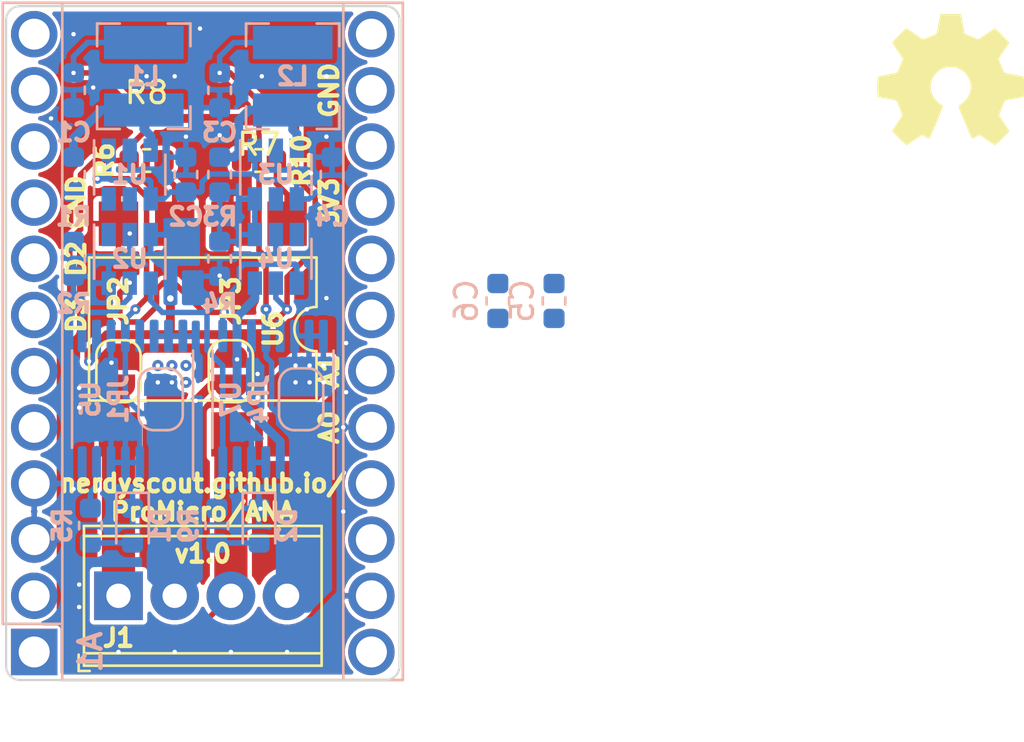
<source format=kicad_pcb>
(kicad_pcb (version 20171130) (host pcbnew 5.1.5)
  (title_block (title ProMicro_ANA) (date 2020-10-12) (rev v1.1))
  (layers (0 F.Cu mixed) (31 B.Cu mixed) (34 B.Paste user) (35 F.Paste user) (36 B.SilkS user) (37 F.SilkS user) (38 B.Mask user) (39 F.Mask user) (44 Edge.Cuts user))
  (net 0 "")
  (net 1 GND)
  (net 2 +3V3)
  (net 3 "Net-(J1-Pad1)")
  (net 4 A1)
  (net 5 A0)
  (net 6 "Net-(D1-Pad2)")
  (net 7 "Net-(D2-Pad2)")
  (net 8 "Net-(L1-Pad2)")
  (net 9 "Net-(L2-Pad2)")
  (net 10 "Net-(JP3-Pad2)")
  (net 11 "Net-(JP4-Pad2)")
  (net 12 "Net-(R1-Pad1)")
  (net 13 "Net-(R2-Pad1)")
  (net 14 "Net-(R3-Pad1)")
  (net 15 SDA)
  (net 16 SCL)
  (net 17 "Net-(C2-Pad1)")
  (net 18 "Net-(JP1-Pad2)")
  (net 19 "Net-(R5-Pad2)")
  (net 20 "Net-(R6-Pad1)")
  (net 21 "Net-(R9-Pad2)")
  (net 22 "Net-(R10-Pad1)")
  (module Capacitor_SMD:C_0603_1608Metric (layer B.Cu) (at 74.295 88.265 270)
    (fp_text reference C5 (at 0 1.43 90) (layer B.SilkS) (effects (justify mirror)))
    (fp_text value 100n)
    (pad 2 smd roundrect (at 0.7875 0 270) (size 0.875 0.95) (layers B.Cu B.Paste B.Mask) (net 1 GND))
    (pad 1 smd roundrect (at -0.7875 0 270) (size 0.875 0.95) (layers B.Cu B.Paste B.Mask) (net 2 +3V3))
  )
  (module Resistor_SMD:R_0402_1005Metric (layer F.Cu) (at 55.88 80.01)
    (fp_text reference R8 (at 0 -1.17) (layer F.SilkS))
    (fp_text value 4k7)
    (pad 2 smd roundrect (at 0.485 0) (size 0.59 0.64) (layers F.Cu F.Paste F.Mask) (net 2 +3V3))
    (pad 1 smd roundrect (at -0.485 0) (size 0.59 0.64) (layers F.Cu F.Paste F.Mask) (net 15 SDA))
  )
  (module Resistor_SMD:R_0402_1005Metric (layer F.Cu) (at 60.96 80.01 180)
    (fp_text reference R7 (at 0 -1.17) (layer F.SilkS))
    (fp_text value 4k7)
    (pad 2 smd roundrect (at 0.485 0 180) (size 0.59 0.64) (layers F.Cu F.Paste F.Mask) (net 2 +3V3))
    (pad 1 smd roundrect (at -0.485 0 180) (size 0.59 0.64) (layers F.Cu F.Paste F.Mask) (net 16 SCL))
  )
  (module Symbol:OSHW-Symbol_6.7x6mm_SilkScreen (layer F.Cu) (at 92.212036 78.270693)
    (fp_text reference LOGO1 hide)
    (fp_text value Logo_Open_Hardware_Small hide)
  )
  (module Capacitor_SMD:C_0603_1608Metric (layer B.Cu) (at 71.755 88.265 270)
    (fp_text reference C6 (at 0 1.43 90) (layer B.SilkS) (effects (justify mirror)))
    (fp_text value 100n)
    (pad 2 smd roundrect (at 0.7875 0 270) (size 0.875 0.95) (layers B.Cu B.Paste B.Mask) (net 1 GND))
    (pad 1 smd roundrect (at -0.7875 0 270) (size 0.875 0.95) (layers B.Cu B.Paste B.Mask) (net 2 +3V3))
  )
  (module Module:Sparkfun_Pro_Micro (layer B.Cu) (at 50.8 104.14)
    (fp_text reference A1 (at 2.54 0 90) (layer B.SilkS) (effects (font (thickness 0.2)) (justify mirror)))
    (fp_text value Sparkfun_Pro_Micro)
    (pad 1 thru_hole rect (at 0 0) (size 2.1 2.1) (drill 1.4) (layers *.Cu *.Mask))
    (pad 2 thru_hole circle (at 0 -2.54) (size 2.1 2.1) (drill 1.4) (layers *.Cu *.Mask))
    (pad 3 thru_hole circle (at 0 -5.08) (size 2.1 2.1) (drill 1.4) (layers *.Cu *.Mask) (net 1 GND))
    (pad 13 thru_hole circle (at 15.24 -27.94) (size 2.1 2.1) (drill 1.4) (layers *.Cu *.Mask))
    (pad 4 thru_hole circle (at 0 -7.62) (size 2.1 2.1) (drill 1.4) (layers *.Cu *.Mask) (net 1 GND))
    (pad 14 thru_hole circle (at 15.24 -25.4) (size 2.1 2.1) (drill 1.4) (layers *.Cu *.Mask))
    (pad 5 thru_hole circle (at 0 -10.16) (size 2.1 2.1) (drill 1.4) (layers *.Cu *.Mask) (net 15 SDA))
    (pad 15 thru_hole circle (at 15.24 -22.86) (size 2.1 2.1) (drill 1.4) (layers *.Cu *.Mask))
    (pad 6 thru_hole circle (at 0 -12.7) (size 2.1 2.1) (drill 1.4) (layers *.Cu *.Mask) (net 16 SCL))
    (pad 16 thru_hole circle (at 15.24 -20.32) (size 2.1 2.1) (drill 1.4) (layers *.Cu *.Mask))
    (pad 7 thru_hole circle (at 0 -15.24) (size 2.1 2.1) (drill 1.4) (layers *.Cu *.Mask))
    (pad 17 thru_hole circle (at 15.24 -17.78) (size 2.1 2.1) (drill 1.4) (layers *.Cu *.Mask) (net 5 A0))
    (pad 8 thru_hole circle (at 0 -17.78) (size 2.1 2.1) (drill 1.4) (layers *.Cu *.Mask))
    (pad 18 thru_hole circle (at 15.24 -15.24) (size 2.1 2.1) (drill 1.4) (layers *.Cu *.Mask) (net 4 A1))
    (pad 9 thru_hole circle (at 0 -20.32) (size 2.1 2.1) (drill 1.4) (layers *.Cu *.Mask))
    (pad 19 thru_hole circle (at 15.24 -12.7) (size 2.1 2.1) (drill 1.4) (layers *.Cu *.Mask))
    (pad 10 thru_hole circle (at 0 -22.86) (size 2.1 2.1) (drill 1.4) (layers *.Cu *.Mask))
    (pad 20 thru_hole circle (at 15.24 -10.16) (size 2.1 2.1) (drill 1.4) (layers *.Cu *.Mask))
    (pad 11 thru_hole circle (at 0 -25.4) (size 2.1 2.1) (drill 1.4) (layers *.Cu *.Mask))
    (pad 21 thru_hole circle (at 15.24 -7.62) (size 2.1 2.1) (drill 1.4) (layers *.Cu *.Mask) (net 2 +3V3))
    (pad 12 thru_hole circle (at 0 -27.94) (size 2.1 2.1) (drill 1.4) (layers *.Cu *.Mask))
    (pad 22 thru_hole circle (at 15.24 -5.08) (size 2.1 2.1) (drill 1.4) (layers *.Cu *.Mask))
    (pad 23 thru_hole circle (at 15.24 -2.54) (size 2.1 2.1) (drill 1.4) (layers *.Cu *.Mask) (net 1 GND))
    (pad 24 thru_hole circle (at 15.24 0) (size 2.1 2.1) (drill 1.4) (layers *.Cu *.Mask))
  )
  (module Inductor_SMD:L_Bourns-SRN4018 (layer B.Cu) (at 62.484 78.105 270)
    (fp_text reference L2 (at 0 0) (layer B.SilkS) (effects (font (size 0.8 0.8) (thickness 0.2)) (justify mirror)))
    (fp_text value 2.2µ)
    (pad 2 smd rect (at 1.525 0 270) (size 1.5 3.6) (layers B.Cu B.Paste B.Mask) (net 9 "Net-(L2-Pad2)"))
    (pad 1 smd rect (at -1.525 0 270) (size 1.5 3.6) (layers B.Cu B.Paste B.Mask) (net 4 A1))
  )
  (module Inductor_SMD:L_Bourns-SRN4018 (layer B.Cu) (at 55.753 78.105 270)
    (fp_text reference L1 (at 0 0 180) (layer B.SilkS) (effects (font (size 0.8 0.8) (thickness 0.2)) (justify mirror)))
    (fp_text value 2.2µ)
    (pad 2 smd rect (at 1.525 0 270) (size 1.5 3.6) (layers B.Cu B.Paste B.Mask) (net 8 "Net-(L1-Pad2)"))
    (pad 1 smd rect (at -1.525 0 270) (size 1.5 3.6) (layers B.Cu B.Paste B.Mask) (net 5 A0))
  )
  (module Capacitor_SMD:C_0603_1608Metric (layer B.Cu) (at 64.262 82.55 90)
    (fp_text reference C4 (at -1.905 0) (layer B.SilkS) (effects (font (size 0.8 0.8) (thickness 0.2)) (justify mirror)))
    (fp_text value 4.7µ)
    (pad 2 smd roundrect (at 0.7875 0 90) (size 0.875 0.95) (layers B.Cu B.Paste B.Mask) (net 1 GND))
    (pad 1 smd roundrect (at -0.7875 0 90) (size 0.875 0.95) (layers B.Cu B.Paste B.Mask) (net 17 "Net-(C2-Pad1)"))
  )
  (module Capacitor_SMD:C_0603_1608Metric (layer B.Cu) (at 57.658 82.55 90)
    (fp_text reference C2 (at -1.905 0 180) (layer B.SilkS) (effects (font (size 0.8 0.8) (thickness 0.2)) (justify mirror)))
    (fp_text value 4.7µ)
    (pad 2 smd roundrect (at 0.7875 0 90) (size 0.875 0.95) (layers B.Cu B.Paste B.Mask) (net 1 GND))
    (pad 1 smd roundrect (at -0.7875 0 90) (size 0.875 0.95) (layers B.Cu B.Paste B.Mask) (net 17 "Net-(C2-Pad1)"))
  )
  (module Capacitor_SMD:C_0603_1608Metric (layer B.Cu) (at 59.182 78.74 270)
    (fp_text reference C3 (at 1.905 0 180) (layer B.SilkS) (effects (font (size 0.8 0.8) (thickness 0.2)) (justify mirror)))
    (fp_text value 10µ)
    (pad 2 smd roundrect (at 0.7875 0 270) (size 0.875 0.95) (layers B.Cu B.Paste B.Mask) (net 1 GND))
    (pad 1 smd roundrect (at -0.7875 0 270) (size 0.875 0.95) (layers B.Cu B.Paste B.Mask) (net 4 A1))
  )
  (module Capacitor_SMD:C_0603_1608Metric (layer B.Cu) (at 52.578 78.74 270)
    (fp_text reference C1 (at 1.905 0 180) (layer B.SilkS) (effects (font (size 0.8 0.8) (thickness 0.2)) (justify mirror)))
    (fp_text value 10µ)
    (pad 2 smd roundrect (at 0.7875 0 270) (size 0.875 0.95) (layers B.Cu B.Paste B.Mask) (net 1 GND))
    (pad 1 smd roundrect (at -0.7875 0 270) (size 0.875 0.95) (layers B.Cu B.Paste B.Mask) (net 5 A0))
  )
  (module Jumper:SolderJumper-2_P1.3mm_Open_RoundedPad1.0x1.5mm (layer B.Cu) (at 62.865 92.71 90)
    (fp_text reference JP4 (at 0 -1.905 90) (layer B.SilkS) (effects (font (size 0.8 0.8) (thickness 0.2)) (justify mirror)))
    (fp_text value Jumper_NO_Small hide)
    (pad 2 smd custom (at 0.65 0 90) (size 1 0.5) (layers B.Cu B.Mask) (net 11 "Net-(JP4-Pad2)") (options (clearance outline) (anchor rect)) (primitives (gr_circle (center 0 -0.25) (end 0.5 -0.25) (width 0)) (gr_circle (center 0 0.25) (end 0.5 0.25) (width 0)) (gr_poly (pts (xy 0 0.75) (xy -0.5 0.75) (xy -0.5 -0.75) (xy 0 -0.75)) (width 0))))
    (pad 1 smd custom (at -0.65 0 90) (size 1 0.5) (layers B.Cu B.Mask) (net 4 A1) (options (clearance outline) (anchor rect)) (primitives (gr_circle (center 0 -0.25) (end 0.5 -0.25) (width 0)) (gr_circle (center 0 0.25) (end 0.5 0.25) (width 0)) (gr_poly (pts (xy 0 0.75) (xy 0.5 0.75) (xy 0.5 -0.75) (xy 0 -0.75)) (width 0))))
  )
  (module Jumper:SolderJumper-2_P1.3mm_Open_RoundedPad1.0x1.5mm (layer B.Cu) (at 56.515 92.71 90)
    (fp_text reference JP1 (at 0 -1.905 90) (layer B.SilkS) (effects (font (size 0.8 0.8) (thickness 0.2)) (justify mirror)))
    (fp_text value Jumper_NO_Small hide)
    (pad 2 smd custom (at 0.65 0 90) (size 1 0.5) (layers B.Cu B.Mask) (net 18 "Net-(JP1-Pad2)") (options (clearance outline) (anchor rect)) (primitives (gr_circle (center 0 -0.25) (end 0.5 -0.25) (width 0)) (gr_circle (center 0 0.25) (end 0.5 0.25) (width 0)) (gr_poly (pts (xy 0 0.75) (xy -0.5 0.75) (xy -0.5 -0.75) (xy 0 -0.75)) (width 0))))
    (pad 1 smd custom (at -0.65 0 90) (size 1 0.5) (layers B.Cu B.Mask) (net 17 "Net-(C2-Pad1)") (options (clearance outline) (anchor rect)) (primitives (gr_circle (center 0 -0.25) (end 0.5 -0.25) (width 0)) (gr_circle (center 0 0.25) (end 0.5 0.25) (width 0)) (gr_poly (pts (xy 0 0.75) (xy 0.5 0.75) (xy 0.5 -0.75) (xy 0 -0.75)) (width 0))))
  )
  (module Jumper:SolderJumper-2_P1.3mm_Open_RoundedPad1.0x1.5mm (layer F.Cu) (at 59.69 91.44 90)
    (fp_text reference JP3 (at 3.175 0 90) (layer F.SilkS) (effects (font (size 0.8 0.8) (thickness 0.2))))
    (fp_text value Jumper_NO_Small hide)
    (pad 2 smd custom (at 0.65 0 90) (size 1 0.5) (layers F.Cu F.Mask) (net 2 +3V3) (options (clearance outline) (anchor rect)) (primitives (gr_circle (center 0 0.25) (end 0.5 0.25) (width 0)) (gr_circle (center 0 -0.25) (end 0.5 -0.25) (width 0)) (gr_poly (pts (xy 0 -0.75) (xy -0.5 -0.75) (xy -0.5 0.75) (xy 0 0.75)) (width 0))))
    (pad 1 smd custom (at -0.65 0 90) (size 1 0.5) (layers F.Cu F.Mask) (net 17 "Net-(C2-Pad1)") (options (clearance outline) (anchor rect)) (primitives (gr_circle (center 0 0.25) (end 0.5 0.25) (width 0)) (gr_circle (center 0 -0.25) (end 0.5 -0.25) (width 0)) (gr_poly (pts (xy 0 -0.75) (xy 0.5 -0.75) (xy 0.5 0.75) (xy 0 0.75)) (width 0))))
  )
  (module Jumper:SolderJumper-2_P1.3mm_Open_RoundedPad1.0x1.5mm (layer F.Cu) (at 54.61 91.44 90)
    (fp_text reference JP2 (at 3.175 0 90) (layer F.SilkS) (effects (font (size 0.8 0.8) (thickness 0.2))))
    (fp_text value Jumper_NO_Small hide)
    (pad 2 smd custom (at 0.65 0 90) (size 1 0.5) (layers F.Cu F.Mask) (net 1 GND) (options (clearance outline) (anchor rect)) (primitives (gr_circle (center 0 0.25) (end 0.5 0.25) (width 0)) (gr_circle (center 0 -0.25) (end 0.5 -0.25) (width 0)) (gr_poly (pts (xy 0 -0.75) (xy -0.5 -0.75) (xy -0.5 0.75) (xy 0 0.75)) (width 0))))
    (pad 1 smd custom (at -0.65 0 90) (size 1 0.5) (layers F.Cu F.Mask) (net 3 "Net-(J1-Pad1)") (options (clearance outline) (anchor rect)) (primitives (gr_circle (center 0 0.25) (end 0.5 0.25) (width 0)) (gr_circle (center 0 -0.25) (end 0.5 -0.25) (width 0)) (gr_poly (pts (xy 0 -0.75) (xy 0.5 -0.75) (xy 0.5 0.75) (xy 0 0.75)) (width 0))))
  )
  (module Package_TO_SOT_SMD:SOT-23-6 (layer B.Cu) (at 61.722 86.36 270)
    (fp_text reference U4 (at 0 0 180) (layer B.SilkS) (effects (font (size 0.8 0.8) (thickness 0.2)) (justify mirror)))
    (fp_text value MCP4725xxx-xCH hide)
    (pad 5 smd rect (at 1.1 0 270) (size 1.06 0.65) (layers B.Cu B.Paste B.Mask) (net 16 SCL))
    (pad 6 smd rect (at 1.1 0.95 270) (size 1.06 0.65) (layers B.Cu B.Paste B.Mask) (net 2 +3V3))
    (pad 4 smd rect (at 1.1 -0.95 270) (size 1.06 0.65) (layers B.Cu B.Paste B.Mask) (net 15 SDA))
    (pad 3 smd rect (at -1.1 -0.95 270) (size 1.06 0.65) (layers B.Cu B.Paste B.Mask) (net 2 +3V3))
    (pad 2 smd rect (at -1.1 0 270) (size 1.06 0.65) (layers B.Cu B.Paste B.Mask) (net 1 GND))
    (pad 1 smd rect (at -1.1 0.95 270) (size 1.06 0.65) (layers B.Cu B.Paste B.Mask) (net 14 "Net-(R3-Pad1)"))
  )
  (module Package_TO_SOT_SMD:SOT-23-6 (layer B.Cu) (at 55.118 86.36 270)
    (fp_text reference U2 (at 0 0 180) (layer B.SilkS) (effects (font (size 0.8 0.8) (thickness 0.2)) (justify mirror)))
    (fp_text value MCP4725xxx-xCH hide)
    (pad 5 smd rect (at 1.1 0 270) (size 1.06 0.65) (layers B.Cu B.Paste B.Mask) (net 16 SCL))
    (pad 6 smd rect (at 1.1 0.95 270) (size 1.06 0.65) (layers B.Cu B.Paste B.Mask) (net 1 GND))
    (pad 4 smd rect (at 1.1 -0.95 270) (size 1.06 0.65) (layers B.Cu B.Paste B.Mask) (net 15 SDA))
    (pad 3 smd rect (at -1.1 -0.95 270) (size 1.06 0.65) (layers B.Cu B.Paste B.Mask) (net 2 +3V3))
    (pad 2 smd rect (at -1.1 0 270) (size 1.06 0.65) (layers B.Cu B.Paste B.Mask) (net 1 GND))
    (pad 1 smd rect (at -1.1 0.95 270) (size 1.06 0.65) (layers B.Cu B.Paste B.Mask) (net 12 "Net-(R1-Pad1)"))
  )
  (module Package_TO_SOT_SMD:SOT-23-6 (layer B.Cu) (at 61.722 82.55 270)
    (fp_text reference U3 (at 0 0 180) (layer B.SilkS) (effects (font (size 0.8 0.8) (thickness 0.2)) (justify mirror)))
    (fp_text value TLV62569DDC hide)
    (pad 5 smd rect (at 1.1 0 270) (size 1.06 0.65) (layers B.Cu B.Paste B.Mask))
    (pad 6 smd rect (at 1.1 0.95 270) (size 1.06 0.65) (layers B.Cu B.Paste B.Mask) (net 14 "Net-(R3-Pad1)"))
    (pad 4 smd rect (at 1.1 -0.95 270) (size 1.06 0.65) (layers B.Cu B.Paste B.Mask) (net 17 "Net-(C2-Pad1)"))
    (pad 3 smd rect (at -1.1 -0.95 270) (size 1.06 0.65) (layers B.Cu B.Paste B.Mask) (net 9 "Net-(L2-Pad2)"))
    (pad 2 smd rect (at -1.1 0 270) (size 1.06 0.65) (layers B.Cu B.Paste B.Mask) (net 1 GND))
    (pad 1 smd rect (at -1.1 0.95 270) (size 1.06 0.65) (layers B.Cu B.Paste B.Mask) (net 17 "Net-(C2-Pad1)"))
  )
  (module Package_TO_SOT_SMD:SOT-23-6 (layer B.Cu) (at 55.118 82.55 270)
    (fp_text reference U1 (at 0 0 180) (layer B.SilkS) (effects (font (size 0.8 0.8) (thickness 0.2)) (justify mirror)))
    (fp_text value TLV62569DDC hide)
    (pad 5 smd rect (at 1.1 0 270) (size 1.06 0.65) (layers B.Cu B.Paste B.Mask))
    (pad 6 smd rect (at 1.1 0.95 270) (size 1.06 0.65) (layers B.Cu B.Paste B.Mask) (net 12 "Net-(R1-Pad1)"))
    (pad 4 smd rect (at 1.1 -0.95 270) (size 1.06 0.65) (layers B.Cu B.Paste B.Mask) (net 17 "Net-(C2-Pad1)"))
    (pad 3 smd rect (at -1.1 -0.95 270) (size 1.06 0.65) (layers B.Cu B.Paste B.Mask) (net 8 "Net-(L1-Pad2)"))
    (pad 2 smd rect (at -1.1 0 270) (size 1.06 0.65) (layers B.Cu B.Paste B.Mask) (net 1 GND))
    (pad 1 smd rect (at -1.1 0.95 270) (size 1.06 0.65) (layers B.Cu B.Paste B.Mask) (net 17 "Net-(C2-Pad1)"))
  )
  (module Resistor_SMD:R_0603_1608Metric (layer B.Cu) (at 59.182 86.36 90)
    (fp_text reference R4 (at -2.032 0) (layer B.SilkS) (effects (font (size 0.8 0.8) (thickness 0.2)) (justify mirror)))
    (fp_text value 47k)
    (pad 2 smd roundrect (at 0.7875 0 90) (size 0.875 0.95) (layers B.Cu B.Paste B.Mask) (net 14 "Net-(R3-Pad1)"))
    (pad 1 smd roundrect (at -0.7875 0 90) (size 0.875 0.95) (layers B.Cu B.Paste B.Mask) (net 1 GND))
  )
  (module Resistor_SMD:R_0603_1608Metric (layer B.Cu) (at 59.182 82.55 90)
    (fp_text reference R3 (at -1.905 0 180) (layer B.SilkS) (effects (font (size 0.8 0.8) (thickness 0.2)) (justify mirror)))
    (fp_text value 200k)
    (pad 2 smd roundrect (at 0.7875 0 90) (size 0.875 0.95) (layers B.Cu B.Paste B.Mask) (net 9 "Net-(L2-Pad2)"))
    (pad 1 smd roundrect (at -0.7875 0 90) (size 0.875 0.95) (layers B.Cu B.Paste B.Mask) (net 14 "Net-(R3-Pad1)"))
  )
  (module Resistor_SMD:R_0603_1608Metric (layer B.Cu) (at 52.578 86.36 90)
    (fp_text reference R2 (at -2.032 0 180) (layer B.SilkS) (effects (font (size 0.8 0.8) (thickness 0.2)) (justify mirror)))
    (fp_text value 47k)
    (pad 2 smd roundrect (at 0.7875 0 90) (size 0.875 0.95) (layers B.Cu B.Paste B.Mask) (net 12 "Net-(R1-Pad1)"))
    (pad 1 smd roundrect (at -0.7875 0 90) (size 0.875 0.95) (layers B.Cu B.Paste B.Mask) (net 1 GND))
  )
  (module Resistor_SMD:R_0603_1608Metric (layer B.Cu) (at 52.578 82.55 90)
    (fp_text reference R1 (at -1.905 0 180) (layer B.SilkS) (effects (font (size 0.8 0.8) (thickness 0.2)) (justify mirror)))
    (fp_text value 200k)
    (pad 2 smd roundrect (at 0.7875 0 90) (size 0.875 0.95) (layers B.Cu B.Paste B.Mask) (net 8 "Net-(L1-Pad2)"))
    (pad 1 smd roundrect (at -0.7875 0 90) (size 0.875 0.95) (layers B.Cu B.Paste B.Mask) (net 12 "Net-(R1-Pad1)"))
  )
  (module LED_SMD:LED_0603_1608Metric (layer B.Cu) (at 60.96 98.425 270)
    (fp_text reference D2 (at 0 -1.27 270) (layer B.SilkS) (effects (font (size 0.8 0.8) (thickness 0.2)) (justify mirror)))
    (fp_text value LED)
    (pad 2 smd roundrect (at 0.7875 0 270) (size 0.875 0.95) (layers B.Cu B.Paste B.Mask) (net 7 "Net-(D2-Pad2)"))
    (pad 1 smd roundrect (at -0.7875 0 270) (size 0.875 0.95) (layers B.Cu B.Paste B.Mask) (net 1 GND))
  )
  (module LED_SMD:LED_0603_1608Metric (layer B.Cu) (at 55.245 98.425 270)
    (fp_text reference D1 (at 0 -1.27 270) (layer B.SilkS) (effects (font (size 0.8 0.8) (thickness 0.2)) (justify mirror)))
    (fp_text value LED)
    (pad 2 smd roundrect (at 0.7875 0 270) (size 0.875 0.95) (layers B.Cu B.Paste B.Mask) (net 6 "Net-(D1-Pad2)"))
    (pad 1 smd roundrect (at -0.7875 0 270) (size 0.875 0.95) (layers B.Cu B.Paste B.Mask) (net 1 GND))
  )
  (module Resistor_SMD:R_0603_1608Metric (layer B.Cu) (at 59.055 98.425 90)
    (fp_text reference R9 (at 0 -1.27 270) (layer B.SilkS) (effects (font (size 0.8 0.8) (thickness 0.2)) (justify mirror)))
    (fp_text value 220)
    (pad 2 smd roundrect (at 0.7875 0 90) (size 0.875 0.95) (layers B.Cu B.Paste B.Mask) (net 21 "Net-(R9-Pad2)"))
    (pad 1 smd roundrect (at -0.7875 0 90) (size 0.875 0.95) (layers B.Cu B.Paste B.Mask) (net 7 "Net-(D2-Pad2)"))
  )
  (module Resistor_SMD:R_0603_1608Metric (layer B.Cu) (at 53.34 98.425 90)
    (fp_text reference R5 (at 0 -1.27 270) (layer B.SilkS) (effects (font (size 0.8 0.8) (thickness 0.2)) (justify mirror)))
    (fp_text value 220)
    (pad 2 smd roundrect (at 0.7875 0 90) (size 0.875 0.95) (layers B.Cu B.Paste B.Mask) (net 19 "Net-(R5-Pad2)"))
    (pad 1 smd roundrect (at -0.7875 0 90) (size 0.875 0.95) (layers B.Cu B.Paste B.Mask) (net 6 "Net-(D1-Pad2)"))
  )
  (module Resistor_SMD:R_0603_1608Metric (layer F.Cu) (at 60.96 81.915 180)
    (fp_text reference R10 (at -1.905 0 90) (layer F.SilkS) (effects (font (size 0.8 0.8) (thickness 0.2))))
    (fp_text value 220)
    (pad 2 smd roundrect (at 0.7875 0 180) (size 0.875 0.95) (layers F.Cu F.Paste F.Mask) (net 4 A1))
    (pad 1 smd roundrect (at -0.7875 0 180) (size 0.875 0.95) (layers F.Cu F.Paste F.Mask) (net 22 "Net-(R10-Pad1)"))
  )
  (module Resistor_SMD:R_0603_1608Metric (layer F.Cu) (at 55.88 81.915 180)
    (fp_text reference R6 (at 1.905 0 90) (layer F.SilkS) (effects (font (size 0.8 0.8) (thickness 0.2))))
    (fp_text value 220)
    (pad 2 smd roundrect (at 0.7875 0 180) (size 0.875 0.95) (layers F.Cu F.Paste F.Mask) (net 5 A0))
    (pad 1 smd roundrect (at -0.7875 0 180) (size 0.875 0.95) (layers F.Cu F.Paste F.Mask) (net 20 "Net-(R6-Pad1)"))
  )
  (module TerminalBlock_Phoenix:TerminalBlock_Phoenix_MPT-0,5-4-2.54_1x04_P2.54mm_Horizontal (layer F.Cu) (at 54.61 101.6)
    (fp_text reference J1 (at 0 1.905) (layer F.SilkS) (effects (font (size 0.8 0.8) (thickness 0.2))))
    (fp_text value Conn_01x04 hide)
    (pad 4 thru_hole circle (at 7.62 0) (size 2.2 2.2) (drill 1.1) (layers *.Cu *.Mask) (net 4 A1))
    (pad 3 thru_hole circle (at 5.08 0) (size 2.2 2.2) (drill 1.1) (layers *.Cu *.Mask) (net 5 A0))
    (pad 2 thru_hole circle (at 2.54 0) (size 2.2 2.2) (drill 1.1) (layers *.Cu *.Mask) (net 17 "Net-(C2-Pad1)"))
    (pad 1 thru_hole rect (at 0 0) (size 2.2 2.2) (drill 1.1) (layers *.Cu *.Mask) (net 3 "Net-(J1-Pad1)"))
  )
  (module Package_SO:TSSOP-16_4.4x5mm_P0.65mm (layer B.Cu) (at 61.595 92.71 90)
    (fp_text reference U7 (at 0 -1.905 270) (layer B.SilkS) (effects (font (size 0.8 0.8) (thickness 0.2)) (justify mirror)))
    (fp_text value INA260)
    (pad 16 smd roundrect (at 2.8625 2.275 90) (size 1.475 0.4) (layers B.Cu B.Paste B.Mask) (net 11 "Net-(JP4-Pad2)"))
    (pad 15 smd roundrect (at 2.8625 1.625 90) (size 1.475 0.4) (layers B.Cu B.Paste B.Mask) (net 11 "Net-(JP4-Pad2)"))
    (pad 14 smd roundrect (at 2.8625 0.975 90) (size 1.475 0.4) (layers B.Cu B.Paste B.Mask) (net 11 "Net-(JP4-Pad2)"))
    (pad 13 smd roundrect (at 2.8625 0.325 90) (size 1.475 0.4) (layers B.Cu B.Paste B.Mask))
    (pad 12 smd roundrect (at 2.8625 -0.325 90) (size 1.475 0.4) (layers B.Cu B.Paste B.Mask) (net 4 A1))
    (pad 11 smd roundrect (at 2.8625 -0.975 90) (size 1.475 0.4) (layers B.Cu B.Paste B.Mask) (net 1 GND))
    (pad 10 smd roundrect (at 2.8625 -1.625 90) (size 1.475 0.4) (layers B.Cu B.Paste B.Mask) (net 2 +3V3))
    (pad 9 smd roundrect (at 2.8625 -2.275 90) (size 1.475 0.4) (layers B.Cu B.Paste B.Mask) (net 16 SCL))
    (pad 8 smd roundrect (at -2.8625 -2.275 90) (size 1.475 0.4) (layers B.Cu B.Paste B.Mask) (net 15 SDA))
    (pad 7 smd roundrect (at -2.8625 -1.625 90) (size 1.475 0.4) (layers B.Cu B.Paste B.Mask) (net 21 "Net-(R9-Pad2)"))
    (pad 6 smd roundrect (at -2.8625 -0.975 90) (size 1.475 0.4) (layers B.Cu B.Paste B.Mask) (net 1 GND))
    (pad 5 smd roundrect (at -2.8625 -0.325 90) (size 1.475 0.4) (layers B.Cu B.Paste B.Mask) (net 1 GND))
    (pad 4 smd roundrect (at -2.8625 0.325 90) (size 1.475 0.4) (layers B.Cu B.Paste B.Mask) (net 2 +3V3))
    (pad 3 smd roundrect (at -2.8625 0.975 90) (size 1.475 0.4) (layers B.Cu B.Paste B.Mask) (net 4 A1))
    (pad 2 smd roundrect (at -2.8625 1.625 90) (size 1.475 0.4) (layers B.Cu B.Paste B.Mask) (net 4 A1))
    (pad 1 smd roundrect (at -2.8625 2.275 90) (size 1.475 0.4) (layers B.Cu B.Paste B.Mask) (net 4 A1))
  )
  (module Package_SO:TSSOP-16_4.4x5mm_P0.65mm (layer B.Cu) (at 55.245 92.71 90)
    (fp_text reference U5 (at 0 -1.905 270) (layer B.SilkS) (effects (font (size 0.8 0.8) (thickness 0.2)) (justify mirror)))
    (fp_text value INA260)
    (pad 16 smd roundrect (at 2.8625 2.275 90) (size 1.475 0.4) (layers B.Cu B.Paste B.Mask) (net 18 "Net-(JP1-Pad2)"))
    (pad 15 smd roundrect (at 2.8625 1.625 90) (size 1.475 0.4) (layers B.Cu B.Paste B.Mask) (net 18 "Net-(JP1-Pad2)"))
    (pad 14 smd roundrect (at 2.8625 0.975 90) (size 1.475 0.4) (layers B.Cu B.Paste B.Mask) (net 18 "Net-(JP1-Pad2)"))
    (pad 13 smd roundrect (at 2.8625 0.325 90) (size 1.475 0.4) (layers B.Cu B.Paste B.Mask))
    (pad 12 smd roundrect (at 2.8625 -0.325 90) (size 1.475 0.4) (layers B.Cu B.Paste B.Mask) (net 17 "Net-(C2-Pad1)"))
    (pad 11 smd roundrect (at 2.8625 -0.975 90) (size 1.475 0.4) (layers B.Cu B.Paste B.Mask) (net 1 GND))
    (pad 10 smd roundrect (at 2.8625 -1.625 90) (size 1.475 0.4) (layers B.Cu B.Paste B.Mask) (net 2 +3V3))
    (pad 9 smd roundrect (at 2.8625 -2.275 90) (size 1.475 0.4) (layers B.Cu B.Paste B.Mask) (net 16 SCL))
    (pad 8 smd roundrect (at -2.8625 -2.275 90) (size 1.475 0.4) (layers B.Cu B.Paste B.Mask) (net 15 SDA))
    (pad 7 smd roundrect (at -2.8625 -1.625 90) (size 1.475 0.4) (layers B.Cu B.Paste B.Mask) (net 19 "Net-(R5-Pad2)"))
    (pad 6 smd roundrect (at -2.8625 -0.975 90) (size 1.475 0.4) (layers B.Cu B.Paste B.Mask) (net 1 GND))
    (pad 5 smd roundrect (at -2.8625 -0.325 90) (size 1.475 0.4) (layers B.Cu B.Paste B.Mask) (net 1 GND))
    (pad 4 smd roundrect (at -2.8625 0.325 90) (size 1.475 0.4) (layers B.Cu B.Paste B.Mask) (net 1 GND))
    (pad 3 smd roundrect (at -2.8625 0.975 90) (size 1.475 0.4) (layers B.Cu B.Paste B.Mask) (net 17 "Net-(C2-Pad1)"))
    (pad 2 smd roundrect (at -2.8625 1.625 90) (size 1.475 0.4) (layers B.Cu B.Paste B.Mask) (net 17 "Net-(C2-Pad1)"))
    (pad 1 smd roundrect (at -2.8625 2.275 90) (size 1.475 0.4) (layers B.Cu B.Paste B.Mask) (net 17 "Net-(C2-Pad1)"))
  )
  (module Package_DIP:SMDIP-8_W9.53mm (layer F.Cu) (at 58.42 89.535 270)
    (fp_text reference U6 (at 0 -3.175 90) (layer F.SilkS) (effects (font (size 0.8 0.8) (thickness 0.2))))
    (fp_text value LTV-827S)
    (pad 8 smd rect (at 4.765 -3.81 270) (size 2 1.78) (layers F.Cu F.Paste F.Mask) (net 18 "Net-(JP1-Pad2)"))
    (pad 4 smd rect (at -4.765 3.81 270) (size 2 1.78) (layers F.Cu F.Paste F.Mask) (net 1 GND))
    (pad 7 smd rect (at 4.765 -1.27 270) (size 2 1.78) (layers F.Cu F.Paste F.Mask) (net 3 "Net-(J1-Pad1)"))
    (pad 3 smd rect (at -4.765 1.27 270) (size 2 1.78) (layers F.Cu F.Paste F.Mask) (net 22 "Net-(R10-Pad1)"))
    (pad 6 smd rect (at 4.765 1.27 270) (size 2 1.78) (layers F.Cu F.Paste F.Mask) (net 11 "Net-(JP4-Pad2)"))
    (pad 2 smd rect (at -4.765 -1.27 270) (size 2 1.78) (layers F.Cu F.Paste F.Mask) (net 1 GND))
    (pad 5 smd rect (at 4.765 3.81 270) (size 2 1.78) (layers F.Cu F.Paste F.Mask) (net 5 A0))
    (pad 1 smd rect (at -4.765 -3.81 270) (size 2 1.78) (layers F.Cu F.Paste F.Mask) (net 20 "Net-(R6-Pad1)"))
  )
  (gr_text GND (at 64.135 78.74 90) (layer F.SilkS) (effects (font (size 0.8 0.8) (thickness 0.2))))
  (gr_text GND (at 52.705 83.82 90) (layer F.SilkS) (effects (font (size 0.8 0.8) (thickness 0.2))))
  (gr_text 3V3 (at 64.135 83.82 90) (layer F.SilkS) (effects (font (size 0.8 0.8) (thickness 0.2))))
  (gr_text A1 (at 64.135 91.44 90) (layer F.SilkS) (effects (font (size 0.8 0.8) (thickness 0.2))))
  (gr_text A0 (at 64.135 93.98 90) (layer F.SilkS) (effects (font (size 0.8 0.8) (thickness 0.2))))
  (gr_text D2 (at 52.705 86.36 90) (layer F.SilkS) (effects (font (size 0.8 0.8) (thickness 0.2))))
  (gr_text D3 (at 52.705 88.9 90) (layer F.SilkS) (effects (font (size 0.8 0.8) (thickness 0.2))))
  (gr_text v1.0 (at 58.42 99.695) (layer F.SilkS) (effects (font (size 0.8 0.8) (thickness 0.2))))
  (gr_text "nerdyscout.github.io/\nProMicro/ANA" (at 58.42 97.155) (layer F.SilkS) (effects (font (size 0.8 0.8) (thickness 0.2))))
  (gr_arc (start 50.165 104.775) (end 49.53 104.775) (angle -90) (layer Edge.Cuts) (width 0.1))
  (gr_arc (start 66.675 104.775) (end 66.675 105.41) (angle -90) (layer Edge.Cuts) (width 0.1))
  (gr_arc (start 66.675 75.565) (end 67.31 75.565) (angle -90) (layer Edge.Cuts) (width 0.1))
  (gr_arc (start 50.165 75.565) (end 50.165 74.93) (angle -90) (layer Edge.Cuts) (width 0.1))
  (gr_line (start 49.53 104.775) (end 49.53 75.565) (layer Edge.Cuts) (width 0.1))
  (gr_line (start 66.675 105.41) (end 50.165 105.41) (layer Edge.Cuts) (width 0.1))
  (gr_line (start 67.31 75.565) (end 67.31 104.775) (layer Edge.Cuts) (width 0.1))
  (gr_line (start 50.165 74.93) (end 66.675 74.93) (layer Edge.Cuts) (width 0.1))
  (segment (start 56.6675 80.01) (end 58.42 80.01) (width 0.4) (layer F.Cu) (net 0))
  (segment (start 60.1725 80.01) (end 58.42 80.01) (width 0.4) (layer F.Cu) (net 0))
  (via (at 54.2925 91.059) (size 0.45) (drill 0.2) (layers F.Cu B.Cu) (net 1))
  (via (at 61.0235 97.663) (size 0.45) (drill 0.2) (layers F.Cu B.Cu) (net 1))
  (via (at 59.182 87.122) (size 0.5) (drill 0.2) (layers F.Cu B.Cu) (net 1))
  (via (at 55.118 85.217) (size 0.5) (drill 0.2) (layers F.Cu B.Cu) (net 1))
  (via (at 54.61 104.14) (size 0.5) (drill 0.2) (layers F.Cu B.Cu) (net 1))
  (via (at 62.23 104.14) (size 0.5) (drill 0.2) (layers F.Cu B.Cu) (net 1))
  (via (at 59.69 104.14) (size 0.5) (drill 0.2) (layers F.Cu B.Cu) (net 1))
  (via (at 57.15 104.14) (size 0.5) (drill 0.2) (layers F.Cu B.Cu) (net 1))
  (via (at 53.213 88.138) (size 0.45) (drill 0.2) (layers F.Cu B.Cu) (net 1))
  (via (at 57.658 80.8355) (size 0.45) (drill 0.2) (layers F.Cu B.Cu) (net 1))
  (via (at 60.8965 91.567) (size 0.45) (drill 0.2) (layers F.Cu B.Cu) (net 1))
  (via (at 64.897 92.3925) (size 0.45) (drill 0.2) (layers F.Cu B.Cu) (net 1))
  (via (at 64.77 93.98) (size 0.45) (drill 0.2) (layers F.Cu B.Cu) (net 1))
  (via (at 60.8965 92.6465) (size 0.45) (drill 0.2) (layers F.Cu B.Cu) (net 1))
  (via (at 59.182 80.772) (size 0.45) (drill 0.2) (layers F.Cu B.Cu) (net 1))
  (via (at 53.467 78.613) (size 0.45) (drill 0.2) (layers F.Cu B.Cu) (net 1))
  (via (at 61.087 78.105) (size 0.45) (drill 0.2) (layers F.Cu B.Cu) (net 1))
  (via (at 63.119 88.646) (size 0.45) (drill 0.2) (layers F.Cu B.Cu) (net 1))
  (via (at 64.008 80.8355) (size 0.45) (drill 0.2) (layers F.Cu B.Cu) (net 1))
  (via (at 64.008 88.138) (size 0.45) (drill 0.2) (layers F.Cu B.Cu) (net 1))
  (via (at 64.897 90.17) (size 0.45) (drill 0.2) (layers F.Cu B.Cu) (net 1))
  (via (at 64.77 97.79) (size 0.45) (drill 0.2) (layers F.Cu B.Cu) (net 1))
  (via (at 51.562 80.01) (size 0.45) (drill 0.2) (layers F.Cu B.Cu) (net 1))
  (via (at 57.15 78.105) (size 0.45) (drill 0.2) (layers F.Cu B.Cu) (net 1))
  (via (at 55.88 78.105) (size 0.45) (drill 0.2) (layers F.Cu B.Cu) (net 1))
  (via (at 58.293 75.946) (size 0.45) (drill 0.2) (layers F.Cu B.Cu) (net 1))
  (via (at 64.008 78.105) (size 0.45) (drill 0.2) (layers F.Cu B.Cu) (net 1))
  (via (at 52.578 76.2) (size 0.45) (drill 0.2) (layers F.Cu B.Cu) (net 1))
  (via (at 52.832 93.091) (size 0.45) (drill 0.2) (layers F.Cu B.Cu) (net 1))
  (via (at 52.832 102.108) (size 0.5) (drill 0.2) (layers F.Cu B.Cu) (net 1))
  (via (at 52.832 92.202) (size 0.45) (drill 0.2) (layers F.Cu B.Cu) (net 1))
  (via (at 63.3095 82.4865) (size 0.45) (drill 0.2) (layers F.Cu B.Cu) (net 1))
  (via (at 52.832 101.092) (size 0.5) (drill 0.2) (layers F.Cu B.Cu) (net 1))
  (via (at 52.578 96.774) (size 0.45) (drill 0.2) (layers F.Cu B.Cu) (net 1))
  (segment (start 59.97 90.906) (end 59.97 89.8475) (width 0.4) (layer B.Cu) (net 2))
  (segment (start 61.92 94.6225) (end 59.97 92.6725) (width 0.4) (layer B.Cu) (net 2))
  (segment (start 59.97 92.6725) (end 59.97 90.906) (width 0.4) (layer B.Cu) (net 2))
  (segment (start 61.92 95.5725) (end 61.92 94.6225) (width 0.4) (layer B.Cu) (net 2))
  (segment (start 59.69 90.79) (end 59.69 89.789) (width 0.4) (layer F.Cu) (net 2))
  (segment (start 59.97 90.906) (end 59.97 90.906) (width 0.4) (layer B.Cu) (net 2))
  (via (at 59.97 90.906) (size 0.45) (drill 0.2) (layers F.Cu B.Cu) (net 2))
  (segment (start 60.772 87.46) (end 60.772 88.161438) (width 0.4) (layer B.Cu) (net 2))
  (segment (start 60.004522 89.075478) (end 59.97 89.11) (width 0.4) (layer B.Cu) (net 2))
  (segment (start 60.004522 88.928916) (end 60.004522 89.075478) (width 0.4) (layer B.Cu) (net 2))
  (segment (start 60.772 88.161438) (end 60.004522 88.928916) (width 0.4) (layer B.Cu) (net 2))
  (segment (start 59.97 89.11) (end 59.97 89.8475) (width 0.4) (layer B.Cu) (net 2))
  (via (at 56.955011 88.153912) (size 0.6) (drill 0.3) (layers F.Cu B.Cu) (net 2))
  (segment (start 56.955011 88.578176) (end 56.955011 88.153912) (width 0.4) (layer F.Cu) (net 2))
  (segment (start 56.955011 89.784511) (end 56.955011 88.578176) (width 0.4) (layer F.Cu) (net 2))
  (segment (start 56.9595 89.789) (end 56.955011 89.784511) (width 0.4) (layer F.Cu) (net 2))
  (via (at 53.2765 90.995506) (size 0.45) (drill 0.2) (layers F.Cu B.Cu) (net 2))
  (segment (start 53.501499 90.770507) (end 53.2765 90.995506) (width 0.4) (layer B.Cu) (net 2))
  (segment (start 59.69 89.789) (end 54.089921 89.789) (width 0.4) (layer F.Cu) (net 2))
  (segment (start 54.089921 89.789) (end 53.2765 90.602421) (width 0.4) (layer F.Cu) (net 2))
  (segment (start 53.2765 90.602421) (end 53.2765 90.677308) (width 0.4) (layer F.Cu) (net 2))
  (segment (start 53.2765 90.677308) (end 53.2765 90.995506) (width 0.4) (layer F.Cu) (net 2))
  (segment (start 53.62 89.8475) (end 53.62 90.652006) (width 0.4) (layer B.Cu) (net 2))
  (segment (start 53.62 90.652006) (end 53.501499 90.770507) (width 0.4) (layer B.Cu) (net 2))
  (segment (start 54.61 100.25) (end 54.61 101.6) (width 1.5) (layer F.Cu) (net 3))
  (segment (start 54.61 94.3) (end 54.61 100.25) (width 1.5) (layer F.Cu) (net 3))
  (segment (start 54.61 92.09) (end 54.61 94.361) (width 1) (layer F.Cu) (net 3))
  (segment (start 60.434 76.58) (end 60.433 76.581) (width 0.25) (layer B.Cu) (net 4))
  (segment (start 62.484 76.58) (end 60.434 76.58) (width 0.25) (layer B.Cu) (net 4))
  (segment (start 59.818 76.58) (end 60.434 76.58) (width 0.25) (layer B.Cu) (net 4))
  (segment (start 59.182 77.216) (end 59.818 76.58) (width 0.25) (layer B.Cu) (net 4))
  (segment (start 59.182 77.9525) (end 59.182 77.9525) (width 0.25) (layer B.Cu) (net 4))
  (segment (start 59.182 77.9525) (end 59.182 77.216) (width 0.25) (layer B.Cu) (net 4))
  (via (at 59.182 77.9525) (size 0.5) (drill 0.2) (layers F.Cu B.Cu) (net 4))
  (segment (start 60.96 81.915) (end 60.198 81.915) (width 0.25) (layer F.Cu) (net 4))
  (segment (start 61.2775 89.855) (end 61.27 89.8475) (width 0.25) (layer B.Cu) (net 4))
  (segment (start 61.2775 90.805) (end 61.2775 89.855) (width 0.25) (layer B.Cu) (net 4))
  (segment (start 61.5315 91.059) (end 61.2775 90.805) (width 0.25) (layer B.Cu) (net 4))
  (segment (start 61.5315 93.091) (end 61.5315 91.059) (width 0.25) (layer B.Cu) (net 4))
  (segment (start 61.8005 93.36) (end 61.5315 93.091) (width 0.25) (layer B.Cu) (net 4))
  (segment (start 62.865 93.36) (end 61.8005 93.36) (width 0.25) (layer B.Cu) (net 4))
  (via (at 61.2775 88.64249) (size 0.5) (drill 0.2) (layers F.Cu B.Cu) (net 4))
  (segment (start 61.27 89.8475) (end 61.27 88.64999) (width 0.25) (layer B.Cu) (net 4))
  (segment (start 61.27 88.64999) (end 61.2775 88.64249) (width 0.25) (layer B.Cu) (net 4))
  (segment (start 61.2775 86.2965) (end 61.2775 88.64249) (width 0.25) (layer F.Cu) (net 4))
  (segment (start 60.96 85.979) (end 61.2775 86.2965) (width 0.25) (layer F.Cu) (net 4))
  (segment (start 60.96 79.2555) (end 60.96 85.979) (width 0.25) (layer F.Cu) (net 4))
  (segment (start 59.657 77.9525) (end 60.96 79.2555) (width 0.25) (layer F.Cu) (net 4))
  (segment (start 59.182 77.9525) (end 59.657 77.9525) (width 0.25) (layer F.Cu) (net 4))
  (segment (start 59.69 96.52) (end 59.69 101.6) (width 1.5) (layer F.Cu) (net 5))
  (segment (start 59.69 94.3) (end 59.69 96.52) (width 1.5) (layer F.Cu) (net 5))
  (segment (start 53.213 76.581) (end 55.626 76.581) (width 0.25) (layer B.Cu) (net 5))
  (segment (start 52.578 77.216) (end 53.213 76.581) (width 0.25) (layer B.Cu) (net 5))
  (segment (start 52.578 77.9525) (end 52.578 77.9525) (width 0.25) (layer B.Cu) (net 5))
  (segment (start 52.578 77.9525) (end 52.578 77.216) (width 0.25) (layer B.Cu) (net 5))
  (via (at 52.578 77.9525) (size 0.5) (drill 0.2) (layers F.Cu B.Cu) (net 5))
  (segment (start 55.88 79.553506) (end 54.278994 77.9525) (width 0.25) (layer F.Cu) (net 5))
  (segment (start 53.053 77.9525) (end 52.578 77.9525) (width 0.25) (layer F.Cu) (net 5))
  (segment (start 54.278994 77.9525) (end 53.053 77.9525) (width 0.25) (layer F.Cu) (net 5))
  (segment (start 55.0925 81.915) (end 55.0925 81.3055) (width 0.25) (layer F.Cu) (net 5))
  (segment (start 55.88 80.518) (end 55.88 79.553506) (width 0.25) (layer F.Cu) (net 5))
  (segment (start 55.0925 81.3055) (end 55.88 80.518) (width 0.25) (layer F.Cu) (net 5))
  (segment (start 52.8955 82.55) (end 53.5305 81.915) (width 0.25) (layer F.Cu) (net 5))
  (segment (start 52.8955 85.0265) (end 52.8955 82.55) (width 0.25) (layer F.Cu) (net 5))
  (segment (start 54.655 81.915) (end 55.0925 81.915) (width 0.25) (layer F.Cu) (net 5))
  (segment (start 52.408999 85.513001) (end 52.8955 85.0265) (width 0.25) (layer F.Cu) (net 5))
  (segment (start 52.408999 89.577001) (end 52.408999 85.513001) (width 0.25) (layer F.Cu) (net 5))
  (segment (start 51.943 90.043) (end 52.408999 89.577001) (width 0.25) (layer F.Cu) (net 5))
  (segment (start 51.943 102.362) (end 51.943 90.043) (width 0.25) (layer F.Cu) (net 5))
  (segment (start 52.6415 103.0605) (end 51.943 102.362) (width 0.25) (layer F.Cu) (net 5))
  (segment (start 58.2295 103.0605) (end 52.6415 103.0605) (width 0.25) (layer F.Cu) (net 5))
  (segment (start 53.5305 81.915) (end 54.655 81.915) (width 0.25) (layer F.Cu) (net 5))
  (segment (start 59.69 101.6) (end 58.2295 103.0605) (width 0.25) (layer F.Cu) (net 5))
  (segment (start 55.245 99.2125) (end 54.2545 99.2125) (width 0.25) (layer B.Cu) (net 6))
  (segment (start 53.34 99.2125) (end 54.2545 99.2125) (width 0.25) (layer B.Cu) (net 6))
  (segment (start 59.055 99.2125) (end 59.7915 99.2125) (width 0.25) (layer B.Cu) (net 7))
  (segment (start 60.96 99.2125) (end 59.7915 99.2125) (width 0.25) (layer B.Cu) (net 7))
  (segment (start 56.068 80.80125) (end 56.068 81.45) (width 0.4) (layer B.Cu) (net 8))
  (segment (start 55.753 80.48625) (end 56.068 80.80125) (width 0.4) (layer B.Cu) (net 8))
  (segment (start 55.753 79.63) (end 55.753 80.48625) (width 0.4) (layer B.Cu) (net 8))
  (segment (start 52.578 80.899) (end 53.848 79.629) (width 0.4) (layer B.Cu) (net 8))
  (segment (start 52.578 81.7625) (end 52.578 80.899) (width 0.4) (layer B.Cu) (net 8))
  (segment (start 53.848 79.629) (end 55.753 79.629) (width 0.4) (layer B.Cu) (net 8))
  (segment (start 62.6745 80.7085) (end 62.6745 81.4705) (width 0.4) (layer B.Cu) (net 9))
  (segment (start 62.484 79.63) (end 62.484 80.518) (width 0.4) (layer B.Cu) (net 9))
  (segment (start 62.484 80.518) (end 62.6745 80.7085) (width 0.4) (layer B.Cu) (net 9))
  (segment (start 60.5155 79.629) (end 62.484 79.629) (width 0.4) (layer B.Cu) (net 9))
  (segment (start 60.046999 80.097501) (end 60.5155 79.629) (width 0.4) (layer B.Cu) (net 9))
  (segment (start 60.046999 81.558001) (end 60.046999 80.097501) (width 0.4) (layer B.Cu) (net 9))
  (segment (start 59.8425 81.7625) (end 60.046999 81.558001) (width 0.4) (layer B.Cu) (net 9))
  (segment (start 59.182 81.7625) (end 59.8425 81.7625) (width 0.4) (layer B.Cu) (net 9))
  (via (at 57.658 91.948) (size 0.5) (drill 0.2) (layers F.Cu B.Cu) (net 10))
  (via (at 56.388 91.186) (size 0.5) (drill 0.2) (layers F.Cu B.Cu) (net 10))
  (via (at 57.023 91.186) (size 0.5) (drill 0.2) (layers F.Cu B.Cu) (net 10))
  (via (at 57.658 91.186) (size 0.5) (drill 0.2) (layers F.Cu B.Cu) (net 10))
  (via (at 63.246 91.948) (size 0.5) (drill 0.2) (layers F.Cu B.Cu) (net 11))
  (via (at 62.611 91.948) (size 0.5) (drill 0.2) (layers F.Cu B.Cu) (net 11))
  (via (at 63.881 91.186) (size 0.5) (drill 0.2) (layers F.Cu B.Cu) (net 11))
  (via (at 63.246 91.186) (size 0.5) (drill 0.2) (layers F.Cu B.Cu) (net 11))
  (via (at 62.611 91.186) (size 0.5) (drill 0.2) (layers F.Cu B.Cu) (net 11))
  (via (at 63.881 91.948) (size 0.5) (drill 0.2) (layers F.Cu B.Cu) (net 11))
  (segment (start 57.15 83.058) (end 57.15 84.77) (width 0.25) (layer F.Cu) (net 12))
  (segment (start 56.6675 82.5755) (end 57.15 83.058) (width 0.25) (layer F.Cu) (net 12))
  (segment (start 56.6675 81.915) (end 56.6675 82.5755) (width 0.25) (layer F.Cu) (net 12))
  (segment (start 61.7475 82.9565) (end 61.7475 81.915) (width 0.25) (layer F.Cu) (net 13))
  (segment (start 62.23 83.439) (end 61.7475 82.9565) (width 0.25) (layer F.Cu) (net 13))
  (segment (start 62.23 84.77) (end 62.23 83.439) (width 0.25) (layer F.Cu) (net 13))
  (segment (start 58.801 90.678) (end 59.32 91.197) (width 0.25) (layer B.Cu) (net 15))
  (segment (start 58.801 90.667058) (end 58.801 90.678) (width 0.25) (layer B.Cu) (net 15))
  (segment (start 58.6105 90.476558) (end 58.801 90.667058) (width 0.25) (layer B.Cu) (net 15))
  (segment (start 58.6105 88.78499) (end 58.6105 90.476558) (width 0.25) (layer B.Cu) (net 15))
  (segment (start 59.32 91.197) (end 59.32 95.5725) (width 0.25) (layer B.Cu) (net 15))
  (segment (start 56.593952 88.78499) (end 58.6105 88.78499) (width 0.25) (layer B.Cu) (net 15))
  (segment (start 56.068 88.259038) (end 56.593952 88.78499) (width 0.25) (layer B.Cu) (net 15))
  (segment (start 56.068 87.46) (end 56.068 88.259038) (width 0.25) (layer B.Cu) (net 15))
  (segment (start 62.672 86.68) (end 62.672 87.46) (width 0.25) (layer B.Cu) (net 15))
  (segment (start 62.596999 86.604999) (end 62.672 86.68) (width 0.25) (layer B.Cu) (net 15))
  (segment (start 59.182 88.2015) (end 59.3725 88.2015) (width 0.25) (layer B.Cu) (net 15))
  (segment (start 60.270501 86.604999) (end 62.596999 86.604999) (width 0.25) (layer B.Cu) (net 15))
  (segment (start 60.071 86.8045) (end 60.270501 86.604999) (width 0.25) (layer B.Cu) (net 15))
  (segment (start 60.071 87.503) (end 60.071 86.8045) (width 0.25) (layer B.Cu) (net 15))
  (segment (start 59.3725 88.2015) (end 60.071 87.503) (width 0.25) (layer B.Cu) (net 15))
  (segment (start 58.6105 88.773) (end 59.182 88.2015) (width 0.25) (layer B.Cu) (net 15))
  (segment (start 58.6105 88.78499) (end 58.6105 88.773) (width 0.25) (layer B.Cu) (net 15))
  (segment (start 52.959 89.8365) (end 52.97 89.8475) (width 0.25) (layer B.Cu) (net 16))
  (segment (start 52.959 88.9) (end 52.959 89.8365) (width 0.25) (layer B.Cu) (net 16))
  (via (at 62.229972 88.646) (size 0.45) (drill 0.2) (layers F.Cu B.Cu) (net 16))
  (segment (start 61.722 88.138028) (end 62.229972 88.646) (width 0.25) (layer B.Cu) (net 16))
  (segment (start 61.722 87.46) (end 61.722 88.138028) (width 0.25) (layer B.Cu) (net 16))
  (segment (start 53.07401 88.78499) (end 54.429008 88.78499) (width 0.25) (layer B.Cu) (net 16))
  (segment (start 52.959 88.9) (end 53.07401 88.78499) (width 0.25) (layer B.Cu) (net 16))
  (segment (start 54.429008 88.78499) (end 55.118 88.095998) (width 0.25) (layer B.Cu) (net 16))
  (segment (start 55.118 88.095998) (end 55.118 87.46) (width 0.25) (layer B.Cu) (net 16))
  (via (at 59.380141 88.781191) (size 0.45) (drill 0.2) (layers F.Cu B.Cu) (net 16))
  (segment (start 62.229972 88.646) (end 61.658472 89.2175) (width 0.25) (layer F.Cu) (net 16))
  (segment (start 59.60514 89.00619) (end 59.380141 88.781191) (width 0.25) (layer F.Cu) (net 16))
  (segment (start 61.658472 89.2175) (end 59.81645 89.2175) (width 0.25) (layer F.Cu) (net 16))
  (segment (start 59.81645 89.2175) (end 59.60514 89.00619) (width 0.25) (layer F.Cu) (net 16))
  (segment (start 59.32 89.8475) (end 59.32 88.841332) (width 0.25) (layer B.Cu) (net 16))
  (segment (start 59.32 88.841332) (end 59.380141 88.781191) (width 0.25) (layer B.Cu) (net 16))
  (via (at 55.118 87.439476) (size 0.5) (drill 0.2) (layers F.Cu B.Cu) (net 16))
  (segment (start 54.6735 88.9635) (end 54.6735 87.883976) (width 0.25) (layer F.Cu) (net 16))
  (segment (start 55.118 87.46) (end 55.118 87.439476) (width 0.25) (layer B.Cu) (net 16))
  (segment (start 59.380141 88.781191) (end 58.466189 88.781191) (width 0.25) (layer F.Cu) (net 16))
  (segment (start 58.466189 88.781191) (end 57.124498 87.4395) (width 0.25) (layer F.Cu) (net 16))
  (segment (start 56.330011 88.513489) (end 55.626 89.2175) (width 0.25) (layer F.Cu) (net 16))
  (segment (start 57.124498 87.4395) (end 56.643411 87.4395) (width 0.25) (layer F.Cu) (net 16))
  (segment (start 56.330011 87.7529) (end 56.330011 88.513489) (width 0.25) (layer F.Cu) (net 16))
  (segment (start 56.643411 87.4395) (end 56.330011 87.7529) (width 0.25) (layer F.Cu) (net 16))
  (segment (start 54.868001 87.689475) (end 55.118 87.439476) (width 0.25) (layer F.Cu) (net 16))
  (segment (start 55.626 89.2175) (end 54.9275 89.2175) (width 0.25) (layer F.Cu) (net 16))
  (segment (start 54.9275 89.2175) (end 54.6735 88.9635) (width 0.25) (layer F.Cu) (net 16))
  (segment (start 54.6735 87.883976) (end 54.868001 87.689475) (width 0.25) (layer F.Cu) (net 16))
  (segment (start 63.5 83.566) (end 63.5 85.9155) (width 0.25) (layer F.Cu) (net 16))
  (segment (start 62.229972 87.185528) (end 62.229972 88.646) (width 0.25) (layer F.Cu) (net 16))
  (segment (start 63.5 85.9155) (end 62.229972 87.185528) (width 0.25) (layer F.Cu) (net 16))
  (segment (start 62.652 80.3685) (end 62.652 82.718) (width 0.25) (layer F.Cu) (net 16))
  (segment (start 62.2935 80.01) (end 62.652 80.3685) (width 0.25) (layer F.Cu) (net 16))
  (segment (start 62.652 82.718) (end 63.5 83.566) (width 0.25) (layer F.Cu) (net 16))
  (segment (start 61.7475 80.01) (end 62.2935 80.01) (width 0.25) (layer F.Cu) (net 16))
  (segment (start 54.92 92.639) (end 55.641 93.36) (width 0.25) (layer B.Cu) (net 17))
  (segment (start 55.641 93.36) (end 56.515 93.36) (width 0.25) (layer B.Cu) (net 17))
  (segment (start 54.92 89.8475) (end 54.92 92.639) (width 0.25) (layer B.Cu) (net 17))
  (segment (start 56.643 83.65) (end 56.068 83.65) (width 0.25) (layer B.Cu) (net 17))
  (segment (start 56.9555 83.3375) (end 56.643 83.65) (width 0.25) (layer B.Cu) (net 17))
  (segment (start 57.658 83.3375) (end 56.9555 83.3375) (width 0.25) (layer B.Cu) (net 17))
  (segment (start 63.538 83.3375) (end 64.262 83.3375) (width 0.25) (layer B.Cu) (net 17))
  (segment (start 63.2255 83.65) (end 63.538 83.3375) (width 0.25) (layer B.Cu) (net 17))
  (segment (start 62.672 83.65) (end 63.2255 83.65) (width 0.25) (layer B.Cu) (net 17))
  (segment (start 60.772 82.5094) (end 60.7568 82.5246) (width 0.25) (layer B.Cu) (net 17))
  (segment (start 60.772 81.45) (end 60.772 82.5094) (width 0.25) (layer B.Cu) (net 17))
  (segment (start 62.484 82.794999) (end 62.672 82.982999) (width 0.25) (layer B.Cu) (net 17))
  (segment (start 61.027199 82.794999) (end 62.484 82.794999) (width 0.25) (layer B.Cu) (net 17))
  (segment (start 62.672 82.982999) (end 62.672 83.65) (width 0.25) (layer B.Cu) (net 17))
  (segment (start 60.7568 82.5246) (end 61.027199 82.794999) (width 0.25) (layer B.Cu) (net 17))
  (segment (start 59.663894 82.5246) (end 60.7568 82.5246) (width 0.25) (layer B.Cu) (net 17))
  (segment (start 59.663484 82.52501) (end 59.663894 82.5246) (width 0.25) (layer B.Cu) (net 17))
  (segment (start 58.750496 82.52501) (end 59.663484 82.52501) (width 0.25) (layer B.Cu) (net 17))
  (segment (start 58.38199 82.893516) (end 58.750496 82.52501) (width 0.25) (layer B.Cu) (net 17))
  (segment (start 58.38199 83.28651) (end 58.38199 82.893516) (width 0.25) (layer B.Cu) (net 17))
  (segment (start 58.331 83.3375) (end 58.38199 83.28651) (width 0.25) (layer B.Cu) (net 17))
  (segment (start 57.658 83.3375) (end 58.331 83.3375) (width 0.25) (layer B.Cu) (net 17))
  (via (at 58.1025 92.77822) (size 0.45) (drill 0.2) (layers F.Cu B.Cu) (net 17))
  (segment (start 58.79072 92.09) (end 58.1025 92.77822) (width 0.4) (layer F.Cu) (net 17))
  (segment (start 59.69 92.09) (end 58.79072 92.09) (width 0.4) (layer F.Cu) (net 17))
  (via (at 53.658098 82.737316) (size 0.45) (drill 0.2) (layers F.Cu B.Cu) (net 17))
  (segment (start 53.660684 82.737316) (end 53.658098 82.737316) (width 0.25) (layer B.Cu) (net 17))
  (segment (start 53.658098 82.737316) (end 54.162316 82.737316) (width 0.25) (layer B.Cu) (net 17))
  (segment (start 54.1655 82.7405) (end 54.162316 82.737316) (width 0.25) (layer B.Cu) (net 17))
  (segment (start 54.168 82.738) (end 54.1655 82.7405) (width 0.25) (layer B.Cu) (net 17))
  (segment (start 54.168 81.45) (end 54.168 82.738) (width 0.25) (layer B.Cu) (net 17))
  (via (at 55.372 88.646) (size 0.45) (drill 0.2) (layers F.Cu B.Cu) (net 17))
  (segment (start 54.92 89.8475) (end 54.92 89.098) (width 0.25) (layer B.Cu) (net 17))
  (segment (start 54.92 89.098) (end 55.372 88.646) (width 0.25) (layer B.Cu) (net 17))
  (segment (start 53.976296 82.737316) (end 53.658098 82.737316) (width 0.25) (layer F.Cu) (net 17))
  (segment (start 55.052318 82.737316) (end 53.976296 82.737316) (width 0.25) (layer F.Cu) (net 17))
  (segment (start 55.88 88.138) (end 55.88 83.564998) (width 0.25) (layer F.Cu) (net 17))
  (segment (start 55.372 88.646) (end 55.88 88.138) (width 0.25) (layer F.Cu) (net 17))
  (segment (start 55.88 83.564998) (end 55.052318 82.737316) (width 0.25) (layer F.Cu) (net 17))
  (segment (start 56.068 82.87) (end 56.068 83.65) (width 0.25) (layer B.Cu) (net 17))
  (segment (start 55.992999 82.794999) (end 56.068 82.87) (width 0.25) (layer B.Cu) (net 17))
  (segment (start 54.280315 82.794999) (end 55.992999 82.794999) (width 0.25) (layer B.Cu) (net 17))
  (segment (start 54.162316 82.677) (end 54.280315 82.794999) (width 0.25) (layer B.Cu) (net 17))
  (via (at 57.023 91.948) (size 0.5) (drill 0.2) (layers F.Cu B.Cu) (net 18))
  (via (at 56.388 91.948) (size 0.5) (drill 0.2) (layers F.Cu B.Cu) (net 18))
  (segment (start 53.34 96.901) (end 53.34 97.6375) (width 0.25) (layer B.Cu) (net 19))
  (segment (start 53.62 96.621) (end 53.34 96.901) (width 0.25) (layer B.Cu) (net 19))
  (segment (start 53.62 94.9375) (end 53.62 96.621) (width 0.25) (layer B.Cu) (net 19))
  (segment (start 59.055 96.901) (end 59.055 97.6375) (width 0.25) (layer B.Cu) (net 21))
  (segment (start 59.309 96.647) (end 59.055 96.901) (width 0.25) (layer B.Cu) (net 21))
  (segment (start 59.817 96.647) (end 59.309 96.647) (width 0.25) (layer B.Cu) (net 21))
  (segment (start 59.97 96.494) (end 59.817 96.647) (width 0.25) (layer B.Cu) (net 21))
  (segment (start 59.97 95.5725) (end 59.97 96.494) (width 0.25) (layer B.Cu) (net 21))
  (zone (net 1) (net_name GND) (layer F.Cu) (connect_pads (clearance 0.2)) (min_thickness 0.2) (fill yes (arc_segments 32) (thermal_gap 0.25) (thermal_bridge_width 0.25))
    (polygon (pts (xy 67.31 105.41) (xy 49.53 105.41) (xy 49.53 74.93) (xy 67.31 74.93)))
  )
  (zone (net 1) (net_name GND) (layer B.Cu) (connect_pads (clearance 0.2)) (min_thickness 0.2) (fill yes (arc_segments 32) (thermal_gap 0.25) (thermal_bridge_width 0.25))
    (polygon (pts (xy 67.31 105.41) (xy 49.53 105.41) (xy 49.53 74.93) (xy 67.31 74.93)))
  )
  (zone (net 17) (net_name "Net-(C2-Pad1)") (layer B.Cu) (priority 1) (connect_pads yes (clearance 0.2)) (min_thickness 0.2) (fill yes (arc_segments 32) (thermal_gap 0.2) (thermal_bridge_width 0.25))
    (polygon (pts (xy 58.42 100.838) (xy 58.039 101.219) (xy 58.039 102.0445) (xy 56.261 102.0445) (xy 56.261 101.219) (xy 55.88 100.838) (xy 55.88 92.837) (xy 57.7215 92.837) (xy 58.039 92.5195) (xy 58.42 92.5195)))
  )
  (zone (net 4) (net_name A1) (layer B.Cu) (priority 1) (connect_pads yes (clearance 0.2)) (min_thickness 0.2) (fill yes (arc_segments 32) (thermal_gap 0.2) (thermal_bridge_width 0.25))
    (polygon (pts (xy 64.262 101.346) (xy 63.246 102.362) (xy 61.722 102.362) (xy 61.722 92.837) (xy 64.262 92.837)))
  )
  (zone (net 18) (net_name "Net-(JP1-Pad2)") (layer B.Cu) (priority 1) (connect_pads (clearance 0.2)) (min_thickness 0.2) (fill yes (arc_segments 32) (thermal_gap 0.2) (thermal_bridge_width 0.25))
    (polygon (pts (xy 58.42 91.821) (xy 57.658 92.583) (xy 55.88 92.583) (xy 55.88 89.154) (xy 58.42 89.154)))
  )
  (zone (net 11) (net_name "Net-(JP4-Pad2)") (layer B.Cu) (priority 1) (connect_pads (clearance 0.2)) (min_thickness 0.2) (fill yes (arc_segments 32) (thermal_gap 0.2) (thermal_bridge_width 0.25))
    (polygon (pts (xy 64.262 92.583) (xy 61.722 92.583) (xy 61.722 90.805) (xy 62.23 90.805) (xy 62.23 89.154) (xy 64.262 89.154)))
  )
  (zone (net 11) (net_name "Net-(JP4-Pad2)") (layer F.Cu) (priority 1) (connect_pads yes (clearance 0.2)) (min_thickness 0.2) (fill yes (arc_segments 32) (thermal_gap 0.2) (thermal_bridge_width 0.25))
    (polygon (pts (xy 64.262 92.1385) (xy 63.119 93.2815) (xy 63.119 95.25) (xy 61.341 95.25) (xy 61.341 91.948) (xy 62.484 90.805) (xy 64.262 90.805)))
  )
  (zone (net 11) (net_name "Net-(JP4-Pad2)") (layer F.Cu) (priority 1) (connect_pads yes (clearance 0.2)) (min_thickness 0.2) (fill yes (arc_segments 32) (thermal_gap 0.2) (thermal_bridge_width 0.25))
    (polygon (pts (xy 58.039 95.25) (xy 56.261 95.25) (xy 56.261 93.98) (xy 55.88 93.599) (xy 55.88 90.805) (xy 58.039 90.805)))
  )
  (zone (net 2) (net_name +3V3) (layer B.Cu) (priority 1) (connect_pads (clearance 0.2)) (min_thickness 0.2) (fill yes (arc_segments 32) (thermal_gap 0.25) (thermal_bridge_width 0.25))
    (polygon (pts (xy 58.293 86.6775) (xy 57.277 86.6775) (xy 57.277 88.519) (xy 56.642 88.519) (xy 56.642 86.995) (xy 55.626 85.979) (xy 55.626 84.5185) (xy 58.293 84.5185)))
  )
  (zone (net 14) (net_name "Net-(R3-Pad1)") (layer B.Cu) (priority 1) (connect_pads (clearance 0.2)) (min_thickness 0.2) (fill yes (arc_segments 32) (thermal_gap 0.25) (thermal_bridge_width 0.25))
    (polygon (pts (xy 61.214 85.852) (xy 58.6105 85.852) (xy 58.6105 82.931) (xy 61.214 82.931)))
  )
)
</source>
